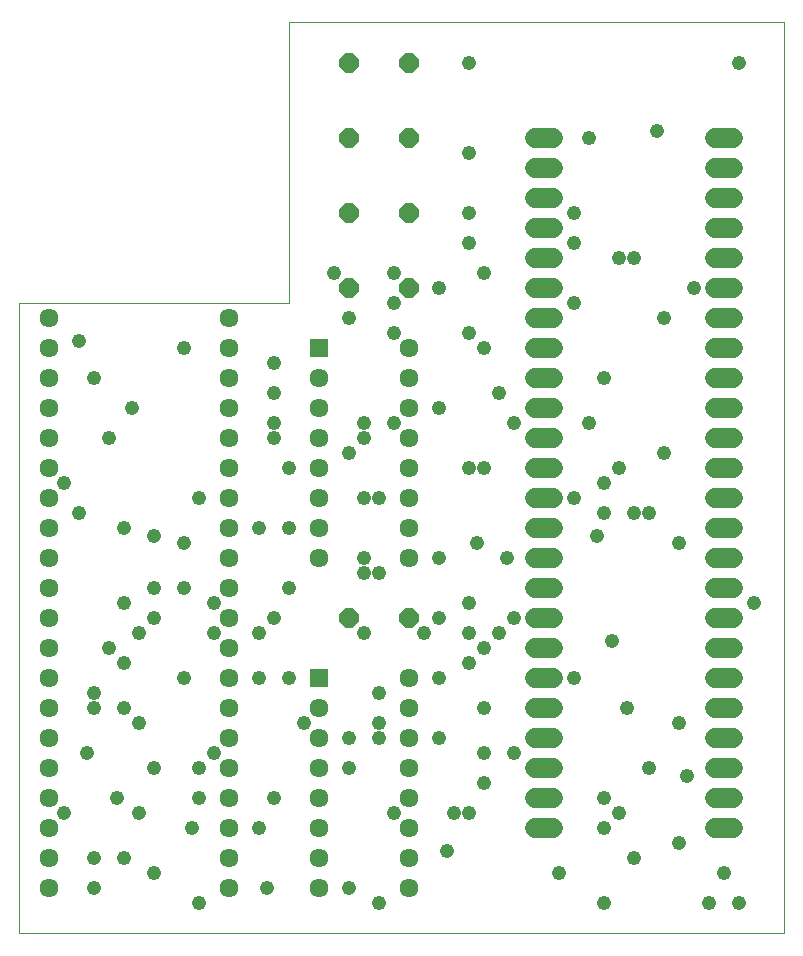
<source format=gts>
G75*
%MOIN*%
%OFA0B0*%
%FSLAX24Y24*%
%IPPOS*%
%LPD*%
%AMOC8*
5,1,8,0,0,1.08239X$1,22.5*
%
%ADD10C,0.0000*%
%ADD11C,0.0634*%
%ADD12C,0.0674*%
%ADD13R,0.0634X0.0634*%
%ADD14OC8,0.0634*%
%ADD15C,0.0480*%
%ADD16C,0.0476*%
D10*
X000180Y000180D02*
X000180Y021180D01*
X009180Y021180D01*
X009180Y030550D01*
X025672Y030550D01*
X025672Y000180D01*
X000180Y000180D01*
D11*
X001180Y001680D03*
X001180Y002680D03*
X001180Y003680D03*
X001180Y004680D03*
X001180Y005680D03*
X001180Y006680D03*
X001180Y007680D03*
X001180Y008680D03*
X001180Y009680D03*
X001180Y010680D03*
X001180Y011680D03*
X001180Y012680D03*
X001180Y013680D03*
X001180Y014680D03*
X001180Y015680D03*
X001180Y016680D03*
X001180Y017680D03*
X001180Y018680D03*
X001180Y019680D03*
X001180Y020680D03*
X007180Y020680D03*
X007180Y019680D03*
X007180Y018680D03*
X007180Y017680D03*
X007180Y016680D03*
X007180Y015680D03*
X007180Y014680D03*
X007180Y013680D03*
X007180Y012680D03*
X007180Y011680D03*
X007180Y010680D03*
X007180Y009680D03*
X007180Y008680D03*
X007180Y007680D03*
X007180Y006680D03*
X007180Y005680D03*
X007180Y004680D03*
X007180Y003680D03*
X007180Y002680D03*
X007180Y001680D03*
X010180Y001680D03*
X010180Y002680D03*
X010180Y003680D03*
X010180Y004680D03*
X010180Y005680D03*
X010180Y006680D03*
X010180Y007680D03*
X013180Y007680D03*
X013180Y006680D03*
X013180Y005680D03*
X013180Y004680D03*
X013180Y003680D03*
X013180Y002680D03*
X013180Y001680D03*
X013180Y008680D03*
X013180Y012680D03*
X013180Y013680D03*
X013180Y014680D03*
X013180Y015680D03*
X013180Y016680D03*
X013180Y017680D03*
X013180Y018680D03*
X013180Y019680D03*
X010180Y018680D03*
X010180Y017680D03*
X010180Y016680D03*
X010180Y015680D03*
X010180Y014680D03*
X010180Y013680D03*
X010180Y012680D03*
D12*
X017383Y012680D02*
X017977Y012680D01*
X017977Y013680D02*
X017383Y013680D01*
X017383Y014680D02*
X017977Y014680D01*
X017977Y015680D02*
X017383Y015680D01*
X017383Y016680D02*
X017977Y016680D01*
X017977Y017680D02*
X017383Y017680D01*
X017383Y018680D02*
X017977Y018680D01*
X017977Y019680D02*
X017383Y019680D01*
X017383Y020680D02*
X017977Y020680D01*
X017977Y021680D02*
X017383Y021680D01*
X017383Y022680D02*
X017977Y022680D01*
X017977Y023680D02*
X017383Y023680D01*
X017383Y024680D02*
X017977Y024680D01*
X017977Y025680D02*
X017383Y025680D01*
X017383Y026680D02*
X017977Y026680D01*
X023383Y026680D02*
X023977Y026680D01*
X023977Y025680D02*
X023383Y025680D01*
X023383Y024680D02*
X023977Y024680D01*
X023977Y023680D02*
X023383Y023680D01*
X023383Y022680D02*
X023977Y022680D01*
X023977Y021680D02*
X023383Y021680D01*
X023383Y020680D02*
X023977Y020680D01*
X023977Y019680D02*
X023383Y019680D01*
X023383Y018680D02*
X023977Y018680D01*
X023977Y017680D02*
X023383Y017680D01*
X023383Y016680D02*
X023977Y016680D01*
X023977Y015680D02*
X023383Y015680D01*
X023383Y014680D02*
X023977Y014680D01*
X023977Y013680D02*
X023383Y013680D01*
X023383Y012680D02*
X023977Y012680D01*
X023977Y011680D02*
X023383Y011680D01*
X023383Y010680D02*
X023977Y010680D01*
X023977Y009680D02*
X023383Y009680D01*
X023383Y008680D02*
X023977Y008680D01*
X023977Y007680D02*
X023383Y007680D01*
X023383Y006680D02*
X023977Y006680D01*
X023977Y005680D02*
X023383Y005680D01*
X023383Y004680D02*
X023977Y004680D01*
X023977Y003680D02*
X023383Y003680D01*
X017977Y003680D02*
X017383Y003680D01*
X017383Y004680D02*
X017977Y004680D01*
X017977Y005680D02*
X017383Y005680D01*
X017383Y006680D02*
X017977Y006680D01*
X017977Y007680D02*
X017383Y007680D01*
X017383Y008680D02*
X017977Y008680D01*
X017977Y009680D02*
X017383Y009680D01*
X017383Y010680D02*
X017977Y010680D01*
X017977Y011680D02*
X017383Y011680D01*
D13*
X010180Y008680D03*
X010180Y019680D03*
D14*
X011180Y021680D03*
X013180Y021680D03*
X013180Y024180D03*
X011180Y024180D03*
X011180Y026680D03*
X013180Y026680D03*
X013180Y029180D03*
X011180Y029180D03*
X011180Y010680D03*
X013180Y010680D03*
D15*
X013680Y010180D03*
X014180Y008680D03*
X015180Y009180D03*
X015680Y009680D03*
X015180Y010180D03*
X015180Y011180D03*
X016180Y010180D03*
X016680Y010680D03*
X018680Y008680D03*
X020430Y007680D03*
X022180Y007180D03*
X021180Y005680D03*
X020180Y004180D03*
X019680Y003680D03*
X020680Y002680D03*
X019680Y001180D03*
X018180Y002180D03*
X019680Y004680D03*
X016680Y006180D03*
X015680Y006180D03*
X015680Y005180D03*
X015180Y004180D03*
X014680Y004180D03*
X012680Y004180D03*
X011180Y005680D03*
X011180Y006680D03*
X012180Y006680D03*
X012180Y007180D03*
X012180Y008180D03*
X011680Y010180D03*
X011680Y012180D03*
X011680Y012680D03*
X012180Y012180D03*
X012180Y014680D03*
X011680Y014680D03*
X011180Y016180D03*
X011680Y016680D03*
X011680Y017180D03*
X012680Y017180D03*
X014180Y017680D03*
X015680Y019680D03*
X015180Y020180D03*
X014180Y021680D03*
X012680Y021180D03*
X012680Y020180D03*
X011180Y020680D03*
X010680Y022180D03*
X012680Y022180D03*
X015180Y023180D03*
X015680Y022180D03*
X018680Y021180D03*
X020180Y022680D03*
X020680Y022680D03*
X021680Y020680D03*
X022680Y021680D03*
X019680Y018680D03*
X019180Y017180D03*
X020180Y015680D03*
X019680Y015180D03*
X019680Y014180D03*
X020680Y014180D03*
X021180Y014180D03*
X022180Y013180D03*
X021680Y016180D03*
X018680Y014680D03*
X016680Y017180D03*
X016180Y018180D03*
X015680Y015680D03*
X015180Y015680D03*
X009180Y015680D03*
X008680Y016680D03*
X008680Y017180D03*
X008680Y018180D03*
X008680Y019180D03*
X005680Y019680D03*
X003180Y016680D03*
X002680Y018680D03*
X001680Y015180D03*
X002180Y014180D03*
X003680Y011180D03*
X004180Y010180D03*
X004680Y010680D03*
X004680Y011680D03*
X003180Y009680D03*
X003680Y009180D03*
X002680Y008180D03*
X002680Y007680D03*
X003680Y007680D03*
X004180Y007180D03*
X004680Y005680D03*
X006180Y005680D03*
X006680Y006180D03*
X006180Y004680D03*
X008180Y003680D03*
X008680Y004680D03*
X009680Y007180D03*
X009180Y008680D03*
X008180Y008680D03*
X008180Y010180D03*
X009180Y011680D03*
X009180Y013680D03*
X008180Y013680D03*
X006180Y014680D03*
X006680Y011180D03*
X006680Y010180D03*
X005680Y008680D03*
X003680Y002680D03*
X004680Y002180D03*
X006180Y001180D03*
X012180Y001180D03*
X014180Y006680D03*
X015680Y007680D03*
X023180Y001180D03*
X023680Y002180D03*
X018680Y023180D03*
X018680Y024180D03*
X019180Y026680D03*
D16*
X021430Y026930D03*
X024180Y029180D03*
X015180Y029180D03*
X015180Y026180D03*
X015180Y024180D03*
X019430Y013430D03*
X019930Y009930D03*
X016430Y012680D03*
X015430Y013180D03*
X014180Y012680D03*
X014180Y010680D03*
X008680Y010680D03*
X005680Y011680D03*
X005680Y013180D03*
X004680Y013430D03*
X003680Y013680D03*
X003930Y017680D03*
X002180Y019930D03*
X002430Y006180D03*
X003430Y004680D03*
X004180Y004180D03*
X005930Y003680D03*
X008430Y001680D03*
X011180Y001680D03*
X014430Y002930D03*
X022180Y003180D03*
X022430Y005430D03*
X024180Y001180D03*
X024680Y011180D03*
X002680Y002680D03*
X002680Y001680D03*
X001680Y004180D03*
M02*

</source>
